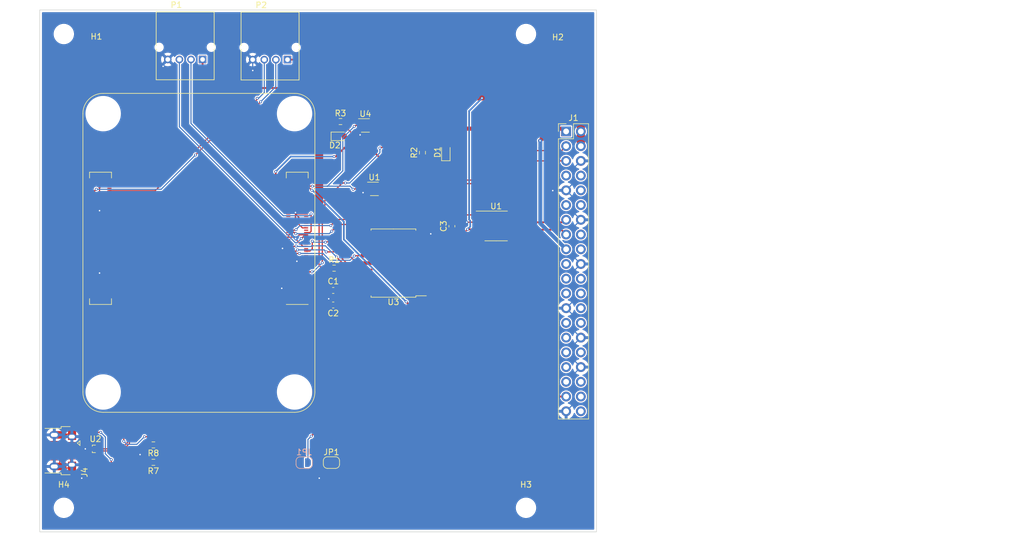
<source format=kicad_pcb>
(kicad_pcb (version 20211014) (generator pcbnew)
  (title_block (title "ColoradoCUBE C&DH") (date "2022-02-11") (rev "v01") (comment 1 "Author: Kate Nechaeva"))
  (layers (0 "F.Cu" signal) (31 "B.Cu" signal) (34 "B.Paste" user) (35 "F.Paste" user) (36 "B.SilkS" user "B.Silkscreen") (37 "F.SilkS" user "F.Silkscreen") (38 "B.Mask" user) (39 "F.Mask" user) (44 "Edge.Cuts" user))
  (net 0 "")
  (net 1 "Net-(Module1-Pad200)")
  (net 2 "Net-(Module1-Pad199)")
  (net 3 "GND")
  (net 4 "+5V")
  (net 5 "Net-(Module1-Pad196)")
  (net 6 "Net-(Module1-Pad195)")
  (net 7 "Net-(Module1-Pad194)")
  (net 8 "Net-(Module1-Pad193)")
  (net 9 "+3.3V")
  (net 10 "Net-(D1-Pad1)")
  (net 11 "Net-(Module1-Pad190)")
  (net 12 "Net-(Module1-Pad189)")
  (net 13 "Net-(Module1-Pad188)")
  (net 14 "Net-(Module1-Pad187)")
  (net 15 "Net-(D2-Pad1)")
  (net 16 "/CM4 GPIO/nRPIBOOT")
  (net 17 "Net-(Module1-Pad184)")
  (net 18 "Net-(Module1-Pad183)")
  (net 19 "Net-(Module1-Pad182)")
  (net 20 "Net-(Module1-Pad181)")
  (net 21 "/CM4 GPIO/GPIO7")
  (net 22 "/CM4 GPIO/GPIO8")
  (net 23 "Net-(Module1-Pad178)")
  (net 24 "Net-(Module1-Pad177)")
  (net 25 "Net-(Module1-Pad176)")
  (net 26 "Net-(Module1-Pad175)")
  (net 27 "/CM4 GPIO/GPIO11")
  (net 28 "/CM4 GPIO/GPIO9")
  (net 29 "Net-(Module1-Pad172)")
  (net 30 "Net-(Module1-Pad171)")
  (net 31 "Net-(Module1-Pad170)")
  (net 32 "Net-(Module1-Pad169)")
  (net 33 "/CM4 GPIO/GPIO10")
  (net 34 "/CM4 GPIO/GPIO15")
  (net 35 "Net-(Module1-Pad166)")
  (net 36 "Net-(Module1-Pad165)")
  (net 37 "Net-(Module1-Pad164)")
  (net 38 "Net-(Module1-Pad163)")
  (net 39 "/CM4 GPIO/GPIO14")
  (net 40 "Net-(Module1-Pad160)")
  (net 41 "Net-(Module1-Pad159)")
  (net 42 "Net-(Module1-Pad158)")
  (net 43 "Net-(Module1-Pad157)")
  (net 44 "Net-(Module1-Pad154)")
  (net 45 "Net-(Module1-Pad153)")
  (net 46 "Net-(Module1-Pad152)")
  (net 47 "Net-(Module1-Pad151)")
  (net 48 "Net-(Module1-Pad149)")
  (net 49 "Net-(Module1-Pad148)")
  (net 50 "Net-(Module1-Pad147)")
  (net 51 "Net-(Module1-Pad146)")
  (net 52 "Net-(Module1-Pad145)")
  (net 53 "Net-(Module1-Pad143)")
  (net 54 "Net-(Module1-Pad142)")
  (net 55 "Net-(Module1-Pad141)")
  (net 56 "Net-(Module1-Pad140)")
  (net 57 "Net-(Module1-Pad139)")
  (net 58 "Net-(Module1-Pad136)")
  (net 59 "Net-(Module1-Pad135)")
  (net 60 "Net-(Module1-Pad134)")
  (net 61 "Net-(Module1-Pad133)")
  (net 62 "/CM4 GPIO/GPIO2")
  (net 63 "Net-(Module1-Pad130)")
  (net 64 "Net-(Module1-Pad129)")
  (net 65 "Net-(Module1-Pad128)")
  (net 66 "Net-(Module1-Pad127)")
  (net 67 "Net-(U1-Pad4)")
  (net 69 "Net-(Module1-Pad124)")
  (net 70 "Net-(Module1-Pad123)")
  (net 71 "Net-(Module1-Pad122)")
  (net 72 "Net-(Module1-Pad121)")
  (net 73 "/CM4 High Speed/USB2_P")
  (net 74 "/CM4 High Speed/USB2_N")
  (net 75 "Net-(Module1-Pad118)")
  (net 76 "Net-(Module1-Pad117)")
  (net 77 "Net-(Module1-Pad116)")
  (net 78 "Net-(Module1-Pad115)")
  (net 79 "Net-(J4-Pad1)")
  (net 80 "/CM4 GPIO/EEPROM_nWP")
  (net 81 "Net-(Module1-Pad112)")
  (net 82 "Net-(Module1-Pad111)")
  (net 83 "Net-(Module1-Pad110)")
  (net 84 "Net-(Module1-Pad109)")
  (net 85 "/CM4 GPIO/nLED_Activity")
  (net 86 "+1.8V")
  (net 87 "Net-(Module1-Pad106)")
  (net 88 "/CM4 GPIO/nPWR_LED")
  (net 89 "Net-(Module1-Pad104)")
  (net 90 "/CM4 High Speed/USB_OTG_ID")
  (net 91 "Net-(Module1-Pad102)")
  (net 92 "Net-(R6-Pad2)")
  (net 93 "Net-(Module1-Pad100)")
  (net 94 "Net-(Module1-Pad99)")
  (net 95 "Net-(Module1-Pad97)")
  (net 96 "Net-(Module1-Pad96)")
  (net 97 "Net-(Module1-Pad94)")
  (net 98 "Net-(Module1-Pad92)")
  (net 99 "Net-(Module1-Pad91)")
  (net 100 "Net-(Module1-Pad89)")
  (net 101 "Net-(Module1-Pad82)")
  (net 102 "Net-(Module1-Pad80)")
  (net 103 "Net-(Module1-Pad76)")
  (net 104 "Net-(Module1-Pad75)")
  (net 105 "Net-(Module1-Pad73)")
  (net 106 "Net-(Module1-Pad72)")
  (net 107 "Net-(Module1-Pad70)")
  (net 108 "Net-(Module1-Pad69)")
  (net 109 "Net-(Module1-Pad68)")
  (net 110 "Net-(Module1-Pad67)")
  (net 111 "Net-(Module1-Pad64)")
  (net 112 "Net-(Module1-Pad63)")
  (net 113 "Net-(Module1-Pad62)")
  (net 114 "Net-(Module1-Pad61)")
  (net 115 "Net-(Module1-Pad57)")
  (net 116 "/CM4 GPIO/GPIO3")
  (net 117 "Net-(Module1-Pad54)")
  (net 118 "Net-(Module1-Pad50)")
  (net 119 "Net-(Module1-Pad49)")
  (net 120 "Net-(Module1-Pad48)")
  (net 121 "Net-(Module1-Pad47)")
  (net 122 "Net-(Module1-Pad46)")
  (net 123 "Net-(Module1-Pad45)")
  (net 124 "Net-(Module1-Pad41)")
  (net 125 "Net-(Module1-Pad36)")
  (net 126 "Net-(Module1-Pad35)")
  (net 127 "Net-(Module1-Pad34)")
  (net 128 "Net-(Module1-Pad31)")
  (net 129 "Net-(Module1-Pad30)")
  (net 130 "Net-(Module1-Pad29)")
  (net 131 "Net-(Module1-Pad28)")
  (net 132 "Net-(Module1-Pad27)")
  (net 133 "Net-(Module1-Pad26)")
  (net 134 "Net-(Module1-Pad25)")
  (net 135 "Net-(Module1-Pad24)")
  (net 136 "Net-(Module1-Pad19)")
  (net 137 "Net-(Module1-Pad18)")
  (net 138 "Net-(Module1-Pad17)")
  (net 139 "Net-(Module1-Pad16)")
  (net 140 "Net-(Module1-Pad15)")
  (net 141 "Net-(Module1-Pad12)")
  (net 142 "Net-(Module1-Pad11)")
  (net 143 "Net-(Module1-Pad10)")
  (net 144 "Net-(Module1-Pad9)")
  (net 145 "Net-(Module1-Pad6)")
  (net 146 "Net-(Module1-Pad5)")
  (net 147 "Net-(Module1-Pad4)")
  (net 148 "Net-(Module1-Pad3)")
  (net 149 "unconnected-(J1-Pad11)")
  (net 151 "Net-(J1-Pad13)")
  (net 152 "Net-(J1-Pad15)")
  (net 172 "Net-(R1-Pad2)")
  (net 173 "Net-(R3-Pad2)")
  (net 174 "Net-(U1-Pad1)")
  (net 186 "/CM4 GPIO/GPIO12")
  (net 187 "/CM4 GPIO/GPIO13")
  (footprint "Resistor_SMD:R_0603_1608Metric_Pad0.98x0.95mm_HandSolder" (layer "F.Cu") (at 126.0875 134)
    (fp_text reference "R7")
    (fp_text value "2.2K 1%")
  )
  (footprint "Resistor_SMD:R_0603_1608Metric_Pad0.98x0.95mm_HandSolder" (layer "F.Cu") (at 172.48 80.61 90)
    (fp_text reference "R2")
    (fp_text value "1k")
  )
  (footprint "Resistor_SMD:R_0603_1608Metric_Pad0.98x0.95mm_HandSolder" (layer "F.Cu") (at 158.35 75.2475)
    (fp_text reference "R3")
    (fp_text value "1k")
  )
  (footprint "MountingHole:MountingHole_3mm" (layer "F.Cu") (at 110.64 141.85)
    (fp_text reference "H4")
    (fp_text value "3mm_Mounting_Hole")
  )
  (footprint "Resistor_SMD:R_0603_1608Metric_Pad0.98x0.95mm_HandSolder" (layer "F.Cu") (at 126.0875 131 180)
    (fp_text reference "R8")
    (fp_text value "2.2K 1%")
  )
  (footprint "MountingHole:MountingHole_3mm" (layer "F.Cu") (at 190.34 60.15)
    (fp_text reference "H2")
    (fp_text value "3mm_Mounting_Hole")
  )
  (footprint "Package_TO_SOT_SMD:SOT-353_SC-70-5" (layer "F.Cu") (at 164.2 86.86)
    (fp_text reference "U1")
    (fp_text value "74LVC1G07SE-7")
  )
  (footprint "MountingHole:MountingHole_3mm" (layer "F.Cu") (at 110.64 60.15)
    (fp_text reference "H1")
    (fp_text value "3mm_Mounting_Hole")
  )
  (footprint "LED_SMD:LED_0603_1608Metric" (layer "F.Cu") (at 176.52 80.5175 90)
    (fp_text reference "D1")
    (fp_text value "LED Green")
  )
  (footprint "S04B-PASK-2_LF__SN_:JST_S04B-PASK-2(LF)(SN)" (layer "F.Cu") (at 131.57 64.535)
    (fp_text reference "P1")
    (fp_text value "S04B-PASK-2(LF)(SN)")
  )
  (footprint "Package_SO:SOIC-8-1EP_3.9x4.9mm_P1.27mm_EP2.29x3mm" (layer "F.Cu") (at 185.19 93.25)
    (fp_text reference "U1")
    (fp_text value "ATA6560-GAQW-VAO" hide)
  )
  (footprint "MountingHole:MountingHole_3mm" (layer "F.Cu") (at 190.34 141.85)
    (fp_text reference "H3")
    (fp_text value "3mm_Mounting_Hole")
  )
  (footprint "Package_TO_SOT_SMD:SOT-353_SC-70-5" (layer "F.Cu") (at 162.65 75.9175)
    (fp_text reference "U4")
    (fp_text value "74LVC1G07SE-7")
  )
  (footprint "LED_SMD:LED_0603_1608Metric" (layer "F.Cu") (at 158.22 77.7975)
    (fp_text reference "D2")
    (fp_text value "LED Red")
  )
  (footprint "Capacitor_SMD:C_0603_1608Metric" (layer "F.Cu") (at 157.095 106.875 180)
    (fp_text reference "C2")
    (fp_text value "100n")
  )
  (footprint "Capacitor_SMD:C_0603_1608Metric" (layer "F.Cu") (at 177.56 93.29 90)
    (fp_text reference "C3")
    (fp_text value "100n")
  )
  (footprint "Package_SO:SOIC-18W_7.5x11.6mm_P1.27mm" (layer "F.Cu") (at 167.48 99.65 180)
    (fp_text reference "U3")
    (fp_text value "MCP2510-E/SO")
  )
  (footprint "CM4IO:USB_Micro-B_EDAC_UCON00686" (layer "F.Cu") (at 109 132 -90)
    (fp_text reference "J4")
    (fp_text value "USB_OTG")
  )
  (footprint "Jumper:SolderJumper-2_P1.3mm_Open_RoundedPad1.0x1.5mm" (layer "F.Cu") (at 156.79 134.05)
    (fp_text reference "JP1")
    (fp_text value "SolderJumper_2_Open")
  )
  (footprint "Capacitor_SMD:C_0603_1608Metric" (layer "F.Cu") (at 157.095 104.365 180)
    (fp_text reference "C1")
    (fp_text value "10u")
  )
  (footprint "Package_TO_SOT_SMD:Texas_DRT-3" (layer "F.Cu") (at 116.1 131.69 90)
    (fp_text reference "U2")
    (fp_text value "TPD2EUSB30")
  )
  (footprint "CM4IO:Raspberry-Pi-4-Compute-Module" (layer "F.Cu") (at 150.43 73.88 180)
    (fp_text reference "Module1" hide)
    (fp_text value "DF40GB-10DP-0.4V(51)")
  )
  (footprint "S04B-PASK-2_LF__SN_:JST_S04B-PASK-2(LF)(SN)" (layer "F.Cu") (at 146.21 64.565)
    (fp_text reference "P2")
    (fp_text value "S04B-PASK-2(LF)(SN)")
  )
  (footprint "Resistor_SMD:R_0603_1608Metric" (layer "F.Cu") (at 157.245 100.53)
    (fp_text reference "R1")
    (fp_text value "10k")
  )
  (footprint "Connector_PinHeader_2.54mm:PinHeader_2x20_P2.54mm_Vertical" (layer "F.Cu") (at 197.26 76.945)
    (fp_text reference "J1")
    (fp_text value "THD-20-R")
  )
  (footprint "Jumper:SolderJumper-2_P1.3mm_Open_RoundedPad1.0x1.5mm" (layer "B.Cu") (at 152.09 134.06 180)
    (fp_text reference "JP1")
    (fp_text value "SolderJumper_2_Open")
  )
  (gr_rect (start 106.49 56) (end 202.49 146) (layer "Edge.Cuts") (width 0.1) (fill none))
  (segment (start 150.38 95.18) (end 150.61 95.41) (width 0.2) (layer "F.Cu") (net 3))
  (segment (start 117.340489 99.700489) (end 117.030489 100.010489) (width 0.2) (layer "F.Cu") (net 3))
  (segment (start 118.51 91.98) (end 117.23 91.98) (width 0.2) (layer "F.Cu") (net 3))
  (segment (start 116.59 101.58) (end 116.8 101.37) (width 0.2) (layer "F.Cu") (net 3))
  (segment (start 172.13 94.57) (end 172.17 94.61) (width 0.2) (layer "F.Cu") (net 3))
  (segment (start 150.61 95.5) (end 150.61 95.41) (width 0.2) (layer "F.Cu") (net 3))
  (segment (start 155.123586 136.74) (end 154.69 136.74) (width 0.2) (layer "F.Cu") (net 3))
  (segment (start 148.700978 105.18) (end 148.22 104.699022) (width 0.2) (layer "F.Cu") (net 3))
  (segment (start 152.43 102.78) (end 151.780978 102.78) (width 0.2) (layer "F.Cu") (net 3))
  (segment (start 151.21 94.8) (end 151.23 94.78) (width 0.2) (layer "F.Cu") (net 3))
  (segment (start 116.865 100.445) (end 116.8 100.51) (width 0.2) (layer "F.Cu") (net 3))
  (segment (start 116.32 93.18) (end 116.8 92.7) (width 0.2) (layer "F.Cu") (net 3))
  (segment (start 151.780978 93.58) (end 150.59 92.389022) (width 0.2) (layer "F.Cu") (net 3))
  (segment (start 115.43 99.18) (end 116.2 99.18) (width 0.2) (layer "F.Cu") (net 3))
  (segment (start 115.43 101.58) (end 116.59 101.58) (width 0.2) (layer "F.Cu") (net 3))
  (segment (start 149.999022 85.98) (end 150.59 86.570978) (width 0.2) (layer "F.Cu") (net 3))
  (segment (start 115.43 85.98) (end 116.079022 85.98) (width 0.2) (layer "F.Cu") (net 3))
  (segment (start 116.8 89.100978) (end 116.8 89.31) (width 0.2) (layer "F.Cu") (net 3))
  (segment (start 116.8 93.319022) (end 116.8 93.07) (width 0.2) (layer "F.Cu") (net 3))
  (segment (start 161.7 77.5165) (end 161.7 76.5675) (width 0.2) (layer "F.Cu") (net 3))
  (segment (start 150.900489 104.299511) (end 150.900489 102.190489) (width 0.2) (layer "F.Cu") (net 3))
  (segment (start 111.82 133.8675) (end 110.7 134.9875) (width 0.2) (layer "F.Cu") (net 3))
  (segment (start 180.295 92.595) (end 182.695 92.595) (width 0.2) (layer "F.Cu") (net 3))
  (segment (start 150.83 100.349022) (end 150.83 99.34) (width 0.2) (layer "F.Cu") (net 3))
  (segment (start 152.43 100.78) (end 151.780978 100.78) (width 0.2) (layer "F.Cu") (net 3))
  (segment (start 149.35 92.38) (end 149.999022 92.38) (width 0.2) (layer "F.Cu") (net 3))
  (segment (start 182.695 92.595) (end 182.715 92.615) (width 0.2) (layer "F.Cu") (net 3))
  (segment (start 116.8 87.900978) (end 116.8 88) (width 0.2) (layer "F.Cu") (net 3))
  (segment (start 149.999022 92.38) (end 150.249511 92.129511) (width 0.2) (layer "F.Cu") (net 3))
  (segment (start 152.43 93.58) (end 151.780978 93.58) (width 0.2) (layer "F.Cu") (net 3))
  (segment (start 115.43 88.38) (end 116.079022 88.38) (width 0.2) (layer "F.Cu") (net 3))
  (segment (start 116.8 89.31) (end 116.8 90.61) (width 0.2) (layer "F.Cu") (net 3))
  (segment (start 116.8 91.55) (end 116.8 91.259022) (width 0.2) (layer "F.Cu") (net 3))
  (segment (start 162.24 87.5) (end 162.25 87.51) (width 0.2) (layer "F.Cu") (net 3))
  (segment (start 151.780978 103.98) (end 150.900489 103.099511) (width 0.2) (layer "F.Cu") (net 3))
  (segment (start 115.43 96.78) (end 116.079022 96.78) (width 0.2) (layer "F.Cu") (net 3))
  (segment (start 116.079022 89.58) (end 115.43 89.58) (width 0.2) (layer "F.Cu") (net 3))
  (segment (start 156.32 104.365) (end 156.32 106.875) (width 0.2) (layer "F.Cu") (net 3))
  (segment (start 116.729511 103.329511) (end 116.729511 103.110489) (width 0.2) (layer "F.Cu") (net 3))
  (segment (start 116.079022 102.78) (end 116.729511 102.129511) (width 0.2) (layer "F.Cu") (net 3))
  (segment (start 151.780978 105.18) (end 150.900489 104.299511) (width 0.2) (layer "F.Cu") (net 3))
  (segment (start 149.35 90.78) (end 150.44 90.78) (width 0.2) (layer "F.Cu") (net 3))
  (segment (start 117.48 88.38) (end 116.8 89.06) (width 0.2) (layer "F.Cu") (net 3))
  (segment (start 116.8 101.719022) (end 116.8 101.37) (width 0.2) (layer "F.Cu") (net 3))
  (segment (start 150.44 90.78) (end 150.59 90.93) (width 0.2) (layer "F.Cu") (net 3))
  (segment (start 116.8 92.7) (end 116.8 92.11) (width 0.2) (layer "F.Cu") (net 3))
  (segment (start 152.43 91.18) (end 150.84 91.18) (width 0.2) (layer "F.Cu") (net 3))
  (segment (start 150.67 99.18) (end 150.83 99.34) (width 0.2) (layer "F.Cu") (net 3))
  (segment (start 118.51 94.38) (end 117.860978 94.38) (width 0.2) (layer "F.Cu") (net 3))
  (segment (start 116.729511 103.110489) (end 116.729511 102.129511) (width 0.2) (layer "F.Cu") (net 3))
  (segment (start 115.43 94.38) (end 116.079022 94.38) (width 0.2) (layer "F.Cu") (net 3))
  (segment (start 116.63 90.78) (end 116.8 90.61) (width 0.2) (layer "F.Cu") (net 3))
  (segment (start 148.41 97.18) (end 148.35 97.12) (width 0.2) (layer "F.Cu") (net 3))
  (segment (start 116.8 100.38) (end 116.865 100.445) (width 0.2) (layer "F.Cu") (net 3))
  (segment (start 116.8 94.859022) (end 116.8 93.659022) (width 0.2) (layer "F.Cu") (net 3))
  (segment (start 148.22 103.260978) (end 148.22 104) (width 0.2) (layer "F.Cu") (net 3))
  (segment (start 112.06 134.9) (end 112.06 135.07) (width 0.2) (layer "F.Cu") (net 3))
  (segment (start 117.340489 98.500489) (end 117.340489 99.700489) (width 0.2) (layer "F.Cu") (net 3))
  (segment (start 150.59 91.789022) (end 150.59 90.93) (width 0.2) (layer "F.Cu") (net 3))
  (segment (start 148.22 104.699022) (end 148.22 104) (width 0.2) (layer "F.Cu") (net 3))
  (segment (start 116.079022 95.58) (end 116.8 94.859022) (width 0.2) (layer "F.Cu") (net 3))
  (segment (start 111.9725 134.9875) (end 112.06 134.9) (width 0.2) (layer "F.Cu") (net 3))
  (segment (start 116.2 99.18) (end 116.44 99.42) (width 0.2) (layer "F.Cu") (net 3))
  (segment (start 150.83 101.829022) (end 150.83 99.79) (width 0.2) (layer "F.Cu") (net 3))
  (segment (start 151.23 94.78) (end 152.43 94.78) (width 0.2) (layer "F.Cu") (net 3))
  (segment (start 116.079022 97.98) (end 116.44 98.340978) (width 0.2) (layer "F.Cu") (net 3))
  (segment (start 117.860978 102.78) (end 116.8 101.719022) (width 0.2) (layer "F.Cu") (net 3))
  (segment (start 116.44 99.42) (end 117.030489 100.010489) (width 0.2) (layer "F.Cu") (net 3))
  (segment (start 150.84 91.18) (end 150.59 90.93) (width 0.2) (layer "F.Cu") (net 3))
  (segment (start 148.24 103.98) (end 148.22 104) (width 0.2) (layer "F.Cu") (net 3))
  (segment (start 116.8 92.11) (end 116.8 91.55) (width 0.2) (layer "F.Cu") (net 3))
  (segment (start 152.43 98.78) (end 151.39 98.78) (width 0.2) (layer "F.Cu") (net 3))
  (segment (start 150.83 99.829022) (end 150.83 99.79) (width 0.2) (layer "F.Cu") (net 3))
  (segment (start 118.51 101.58) (end 117.01 101.58) (width 0.2) (layer "F.Cu") (net 3))
  (segment (start 149.35 99.18) (end 150.67 99.18) (width 0.2) (layer "F.Cu") (net 3))
  (segment (start 151.780978 102.78) (end 150.83 101.829022) (width 0.2) (layer "F.Cu") (net 3))
  (segment (start 162.25 87.51) (end 163.25 87.51) (width 0.2) (layer "F.Cu") (net 3))
  (segment (start 116.44 97.140978) (end 116.44 98.61) (width 0.2) (layer "F.Cu") (net 3))
  (segment (start 118.51 100.38) (end 116.93 100.38) (width 0.2) (layer "F.Cu") (net 3))
  (segment (start 118.51 99.18) (end 117.860978 99.18) (width 0.2) (layer "F.Cu") (net 3))
  (segment (start 150.61 95.41) (end 151.24 94.78) (width 0.2) (layer "F.Cu") (net 3))
  (segment (start 115.43 97.98) (end 116.079022 97.98) (width 0.2) (layer "F.Cu") (net 3))
  (segment (start 115.43 90.78) (end 116.63 90.78) (width 0.2) (layer "F.Cu") (net 3))
  (segment (start 150.59 92.389022) (end 150.59 91.189022) (width 0.2) (layer "F.Cu") (net 3))
  (segment (start 117.860978 99.18) (end 117.340489 99.700489) (width 0.2) (layer "F.Cu") (net 3))
  (segment (start 172.17 94.61) (end 173.9165 94.61) (width 0.2) (layer "F.Cu") (net 3))
  (segment (start 117.860978 94.38) (end 116.8 93.319022) (width 0.2) (layer "F.Cu") (net 3))
  (segment (start 150.900489 103.099511) (end 150.900489 102.190489) (width 0.2) (layer "F.Cu") (net 3))
  (segment (start 150.900489 101.899511) (end 150.83 101.829022) (width 0.2) (layer "F.Cu") (net 3))
  (segment (start 116.97 90.78) (end 116.8 90.61) (width 0.2) (layer "F.Cu") (net 3))
  (segment (start 117.860978 97.98) (end 117.340489 98.500489) (width 0.2) (layer "F.Cu") (net 3))
  (segment (start 116.8 86.700978) (end 116.8 88) (width 0.2) (layer "F.Cu") (net 3))
  (segment (start 117.23 91.98) (end 116.8 91.55) (width 0.2) (layer "F.Cu") (net 3))
  (segment (start 117.520978 85.98) (end 116.8 86.700978) (width 0.2) (layer "F.Cu") (net 3))
  (segment (start 118.51 85.98) (end 117.520978 85.98) (width 0.2) (layer "F.Cu") (net 3))
  (segment (start 116.079022 85.98) (end 116.8 86.700978) (width 0.2) (layer "F.Cu") (net 3))
  (segment (start 149.35 85.98) (end 149.999022 85.98) (width 0.2) (layer "F.Cu") (net 3))
  (segment (start 157.44 134.05) (end 157.44 134.423586) (width 0.2) (layer "F.Cu") (net 3))
  (segment (start 149.999022 93.58) (end 150.249511 93.329511) (width 0.2) (layer "F.Cu") (net 3))
  (segment (start 177.56 92.515) (end 179.9 92.515) (width 0.2) (layer "F.Cu") (net 3))
  (segment (start 151.780978 100.78) (end 150.83 99.829022) (width 0.2) (layer "F.Cu") (net 3))
  (segment (start 110.7 134.9125) (end 110.7 134.9875) (width 0.2) (layer "F.Cu") (net 3))
  (segment (start 116.729511 102.129511) (end 116.8 102.059022) (width 0.2) (layer "F.Cu") (net 3))
  (segment (start 116.079022 91.98) (end 116.8 91.259022) (width 0.2) (layer "F.Cu") (net 3))
  (segment (start 151.780978 92.38) (end 150.59 91.189022) (width 0.2) (layer "F.Cu") (net 3))
  (segment (start 110.7 134.9875) (end 111.9725 134.9875) (width 0.2) (layer "F.Cu") (net 3))
  (segment (start 111.9225 129.0125) (end 112.06 129.15) (width 0.2) (layer "F.Cu") (net 3))
  (segment (start 152.43 103.98) (end 151.780978 103.98) (width 0.2) (layer "F.Cu") (net 3))
  (segment (start 115.675 131.69) (end 114.35 131.69) (width 0.2) (layer "F.Cu") (net 3))
  (segment (start 149.35 102.78) (end 148.700978 102.78) (width 0.2) (layer "F.Cu") (net 3))
  (segment (start 149.999022 101.18) (end 150.83 100.349022) (width 0.2) (layer "F.Cu") (net 3))
  (segment (start 116.079022 94.38) (end 116.8 93.659022) (width 0.2) (layer "F.Cu") (net 3))
  (segment (start 111.82 133.3) (end 111.82 133.8675) (width 0.2) (layer "F.Cu") (net 3))
  (segment (start 150.83 99.79) (end 150.83 99.34) (width 0.2) (layer "F.Cu") (net 3))
  (segment (start 115.43 91.98) (end 116.079022 91.98) (width 0.2) (layer "F.Cu") (net 3))
  (segment (start 115.43 103.98) (end 116.079022 103.98) (width 0.2) (layer "F.Cu") (net 3))
  (segment (start 108.75 130.9625) (end 108.75 131.0375) (width 0.2) (layer "F.Cu") (net 3))
  (segment (start 150.900489 102.190489) (end 150.900489 101.899511) (width 0.2) (layer "F.Cu") (net 3))
  (segment (start 118.51 89.58) (end 117.83 89.58) (width 0.2) (layer "F.Cu") (net 3))
  (segment (start 116.8 88) (end 116.8 89.06) (width 0.2) (layer "F.Cu") (net 3))
  (segment (start 115.43 95.58) (end 116.079022 95.58) (width 0.2) (layer "F.Cu") (net 3))
  (segment (start 118.51 93.18) (end 117.87 93.18) (width 0.2) (layer "F.Cu") (net 3))
  (segment (start 116.44 98.340978) (end 116.44 98.61) (width 0.2) (layer "F.Cu") (net 3))
  (segment (start 115.43 100.38) (end 116.8 100.38) (width 0.2) (layer "F.Cu") (net 3))
  (segment (start 116.8 100.240978) (end 116.8 100.51) (width 0.2) (layer "F.Cu") (net 3))
  (segment (start 116.8 91.259022) (end 116.8 90.61) (width 0.2) (layer "F.Cu") (net 3))
  (segment (start 118.51 103.98) (end 117.599022 103.98) (width 0.2) (layer "F.Cu") (net 3))
  (segment (start 149.35 93.58) (end 149.999022 93.58) (width 0.2) (layer "F.Cu") (net 3))
  (segment (start 117.87 93.18) (end 116.8 92.11) (width 0.2) (layer "F.Cu") (net 3))
  (segment (start 150.59 91.189022) (end 150.59 90.93) (width 0.2) (layer "F.Cu") (net 3))
  (segment (start 115.43 102.78) (end 116.079022 102.78) (width 0.2) (layer "F.Cu") (net 3))
  (segment (start 148.700978 102.78) (end 148.22 103.260978) (width 0.2) (layer "F.Cu") (net 3))
  (segment (start 125.175 131) (end 125.175 131.285) (width 0.2) (layer "F.Cu") (net 3))
  (segment (start 118.51 90.78) (end 116.97 90.78) (width 0.2) (layer "F.Cu") (net 3))
  (segment (start 117.01 101.58) (end 116.8 101.37) (width 0.2) (layer "F.Cu") (net 3))
  (segment (start 149.35 103.98) (end 148.24 103.98) (width 0.2) (layer "F.Cu") (net 3))
  (segment (start 117.599022 103.98) (end 116.729511 103.110489) (width 0.2) (layer "F.Cu") (net 3))
  (segment (start 149.35 101.18) (end 149.999022 101.18) (width 0.2) (layer "F.Cu") (net 3))
  (segment (start 116.8 102.059022) (end 116.8 101.37) (width 0.2) (layer "F.Cu") (net 3))
  (segment (start 116.8 89.06) (end 116.8 89.31) (width 0.2) (layer "F.Cu") (net 3))
  (segment (start 125.175 131.285) (end 123.79 132.67) (width 0.2) (layer "F.Cu") (net 3))
  (segment (start 118.51 97.98) (end 117.860978 97.98) (width 0.2) (layer "F.Cu") (net 3))
  (segment (start 116.8 90.61) (end 116.8 90.300978) (width 0.2) (layer "F.Cu") (net 3))
  (segment (start 115.43 93.18) (end 116.32 93.18) (width 0.2) (layer "F.Cu") (net 3))
  (segment (start 112.06 129.15) (end 111.16 129.15) (width 0.2) (layer "F.Cu") (net 3))
  (segment (start 117.030489 100.010489) (end 116.8 100.240978) (width 0.2) (layer "F.Cu") (net 3))
  (segment (start 150.59 86.570978) (end 150.59 90.93) (width 0.2) (layer "F.Cu") (net 3))
  (segment (start 151.89 96.78) (end 150.61 95.5) (width 0.2) (layer "F.Cu") (net 3))
  (segment (start 179.9 92.515) (end 180.025 92.64) (width 0.2) (layer "F.Cu") (net 3))
  (segment (start 150.249511 92.129511) (end 150.59 91.789022) (width 0.2) (layer "F.Cu") (net 3))
  (segment (start 149.35 105.18) (end 148.700978 105.18) (width 0.2) (layer "F.Cu") (net 3))
  (segment (start 116.079022 88.38) (end 116.8 89.100978) (width 0.2) (layer "F.Cu") (net 3))
  (segment (start 117.83 89.58) (end 116.8 90.61) (width 0.2) (layer "F.Cu") (net 3))
  (segment (start 116.8 90.300978) (end 116.079022 89.58) (width 0.2) (layer "F.Cu") (net 3))
  (segment (start 150.249511 93.329511) (end 150.249511 92.129511) (width 0.2) (layer "F.Cu") (net 3))
  (segment (start 109.93 130.38) (end 109.93 134.725) (width 0.2) (layer "F.Cu") (net 3))
  (segment (start 112.06 135.07) (end 113.73 136.74) (width 0.2) (layer "F.Cu") (net 3))
  (segment (start 116.079022 96.78) (end 116.44 97.140978) (width 0.2) (layer "F.Cu") (net 3))
  (segment (start 149.35 97.18) (end 148.41 97.18) (width 0.2) (layer "F.Cu") (net 3))
  (segment (start 161.73 77.5465) (end 161.7 77.5165) (width 0.2) (layer "F.Cu") (net 3))
  (segment (start 118.51 88.38) (end 117.48 88.38) (width 0.2) (layer "F.Cu") (net 3))
  (segment (start 116.079022 103.98) (end 116.729511 103.329511) (width 0.2) (layer "F.Cu") (net 3))
  (segment (start 111.16 129.15) (end 109.93 130.38) (width 0.2) (layer "F.Cu") (net 3))
  (segment (start 152.43 105.18) (end 151.780978 105.18) (width 0.2) (layer "F.Cu") (net 3))
  (segment (start 116.8 100.51) (end 116.8 101.37) (width 0.2) (layer "F.Cu") (net 3))
  (segment (start 152.43 96.78) (end 151.89 96.78) (width 0.2) (layer "F.Cu") (net 3))
  (segment (start 118.51 102.78) (end 117.860978 102.78) (width 0.2) (layer "F.Cu") (net 3))
  (segment (start 116.93 100.38) (end 116.865 100.445) (width 0.2) (layer "F.Cu") (net 3))
  (segment (start 149.09 95.18) (end 150.38 95.18) (width 0.2) (layer "F.Cu") (net 3))
  (segment (start 151.39 98.78) (end 150.83 99.34) (width 0.2) (layer "F.Cu") (net 3))
  (segment (start 114.29 131.75) (end 114.35 131.69) (width 0.2) (layer "F.Cu") (net 3))
  (segment (start 157.44 134.423586) (end 155.123586 136.74) (width 0.2) (layer "F.Cu") (net 3))
  (segment (start 152.43 92.38) (end 151.780978 92.38) (width 0.2) (layer "F.Cu") (net 3))
  (segment (start 116.44 98.61) (end 116.44 99.42) (width 0.2) (layer "F.Cu") (net 3))
  (segment (start 116.8 93.659022) (end 116.8 92.7) (width 0.2) (layer "F.Cu") (net 3))
  (via (at 161.73 77.5465) (size 0.508) (drill 0.254) (layers "F.Cu" "B.Cu") (net 3))
  (via (at 116.8 90.61) (size 0.508) (drill 0.254) (layers "F.Cu" "B.Cu") (net 3))
  (via (at 180.12 92.6) (size 0.508) (drill 0.254) (layers "F.Cu" "B.Cu") (net 3))
  (via (at 194.95 87.15) (size 0.508) (drill 0.254) (layers "F.Cu" "B.Cu") (net 3))
  (via (at 150.83 99.34) (size 0.508) (drill 0.254) (layers "F.Cu" "B.Cu") (net 3))
  (via (at 150.61 95.41) (size 0.508) (drill 0.254) (layers "F.Cu" "B.Cu") (net 3))
  (via (at 156.32 105.8075) (size 0.508) (drill 0.254) (layers "F.Cu" "B.Cu") (net 3))
  (via (at 113.73 136.74) (size 0.508) (drill 0.254) (layers "F.Cu" "B.Cu") (net 3))
  (via (at 162.24 87.5) (size 0.508) (drill 0.254) (layers "F.Cu" "B.Cu") (net 3))
  (via (at 150.59 90.93) (size 0.508) (drill 0.254) (layers "F.Cu" "B.Cu") (net 3))
  (via (at 154.69 136.74) (size 0.508) (drill 0.254) (layers "F.Cu" "B.Cu") (net 3))
  (via (at 114.35 131.69) (size 0.508) (drill 0.254) (layers "F.Cu" "B.Cu") (net 3))
  (via (at 148.35 97.12) (size 0.508) (drill 0.254) (layers "F.Cu" "B.Cu") (net 3))
  (via (at 148.22 104) (size 0.508) (drill 0.254) (layers "F.Cu" "B.Cu") (net 3))
  (via (at 127.76 65.72) (size 0.508) (drill 0.254) (layers "F.Cu" "B.Cu") (net 3))
  (via (at 116.8 101.37) (size 0.508) (drill 0.254) (layers "F.Cu" "B.Cu") (net 3))
  (via (at 143.22 66.44) (size 0.508) (drill 0.254) (layers "F.Cu" "B.Cu") (net 3))
  (via (at 173.9165 94.61) (size 0.508) (drill 0.254) (layers "F.Cu" "B.Cu") (net 3))
  (via (at 123.79 132.67) (size 0.508) (drill 0.254) (layers "F.Cu" "B.Cu") (net 3))
  (segment (start 198.650489 91.035489) (end 199.8 92.185) (width 0.2) (layer "B.Cu") (net 3))
  (segment (start 198.409511 83.415489) (end 198.409511 85.955489) (width 0.2) (layer "B.Cu") (net 3))
  (segment (start 198.409511 124.055489) (end 197.26 125.205) (width 0.2) (layer "B.Cu") (net 3))
  (segment (start 198.409511 106.275489) (end 198.409511 101.195489) (width 0.2) (layer "B.Cu") (net 3))
  (segment (start 197.26 87.105) (end 198.650489 88.495489) (width 0.2) (layer "B.Cu") (net 3))
  (segment (start 198.409511 118.975489) (end 198.409511 124.055489) (width 0.2) (layer "B.Cu") (net 3))
  (segment (start 198.650489 116.435489) (end 199.8 117.585) (width 0.2) (layer "B.Cu") (net 3))
  (segment (start 198.409511 85.955489) (end 197.26 87.105) (width 0.2) (layer "B.Cu") (net 3))
  (segment (start 199.8 112.505) (end 198.650489 113.654511) (width 0.2) (layer "B.Cu") (net 3))
  (segment (start 197.26 107.425) (end 198.409511 106.275489) (width 0.2) (layer "B.Cu") (net 3))
  (segment (start 199.8 92.185) (end 198.650489 93.334511) (width 0.2) (layer "B.Cu") (net 3))
  (segment (start 151.44 134.06) (end 151.44 134.433586) (width 0.2) (layer "B.Cu") (net 3))
  (segment (start 127.805 65.675) (end 127.805 65.3) (width 0.2) (layer "B.Cu") (net 3))
  (segment (start 197.26 107.425) (end 198.409511 108.574511) (width 0.2) (layer "B.Cu") (net 3))
  (segment (start 127.76 65.72) (end 127.805 65.675) (width 0.2) (layer "B.Cu") (net 3))
  (segment (start 199.8 82.025) (end 198.409511 83.415489) (width 0.2) (layer "B.Cu") (net 3))
  (segment (start 198.650489 98.655489) (end 199.8 99.805) (width 0.2) (layer "B.Cu") (net 3))
  (segment (start 151.44 134.06) (end 151.43 134.07) (width 0.2) (layer "B.Cu") (net 3))
  (segment (start 151.44 134.433586) (end 153.746414 136.74) (width 0.2) (layer "B.Cu") (net 3))
  (segment (start 194.95 87.15) (end 194.995 87.105) (width 0.2) (layer "B.Cu") (net 3))
  (segment (start 153.746414 136.74) (end 154.69 136.74) (width 0.2) (layer "B.Cu") (net 3))
  (segment (start 143.21 64.565) (end 143.21 66.43) (width 0.2) (layer "B.Cu") (net 3))
  (segment (start 198.409511 101.195489) (end 199.8 99.805) (width 0.2) (layer "B.Cu") (net 3))
  (segment (start 194.995 87.105) (end 197.26 87.105) (width 0.2) (layer "B.Cu") (net 3))
  (segment (start 198.650489 88.495489) (end 198.650489 91.035489) (width 0.2) (layer "B.Cu") (net 3))
  (segment (start 199.8 117.585) (end 198.409511 118.975489) (width 0.2) (layer "B.Cu") (net 3))
  (segment (start 127.805 65.3) (end 128.57 64.535) (width 0.2) (layer "B.Cu") (net 3))
  (segment (start 143.21 66.43) (end 143.22 66.44) (width 0.2) (layer "B.Cu") (net 3))
  (segment (start 198.650489 113.654511) (end 198.650489 116.435489) (width 0.2) (layer "B.Cu") (net 3))
  (segment (start 198.409511 111.114511) (end 199.8 112.505) (width 0.2) (layer "B.Cu") (net 3))
  (segment (start 198.650489 93.334511) (end 198.650489 98.655489) (width 0.2) (layer "B.Cu") (net 3))
  (segment (start 198.409511 108.574511) (end 198.409511 111.114511) (width 0.2) (layer "B.Cu") (net 3))
  (segment (start 157.6665 103.07) (end 157.6665 102.9865) (width 0.2) (layer "F.Cu") (net 4))
  (segment (start 152.41 89.98) (end 154.2 89.98) (width 0.2) (layer "F.Cu") (net 4))
  (segment (start 157.475 71.915) (end 154.66 74.73) (width 1.4) (layer "F.Cu") (net 4))
  (segment (start 177.53 93.815) (end 177.845 94.13) (width 0.2) (layer "F.Cu") (net 4))
  (segment (start 159.34 104.73) (end 157.87 103.26) (width 0.2) (layer "F.Cu") (net 4))
  (segment (start 179.96 94.13) (end 180.27 93.82) (width 0.2) (layer "F.Cu") (net 4))
  (segment (start 154.675 64.565) (end 161 70.89) (width 0.3) (layer "F.Cu") (net 4))
  (segment (start 154.66 88.42) (end 154.66 89.52) (width 1.4) (layer "F.Cu") (net 4))
  (segment (start 159.45 70.89) (end 158.5 70.89) (width 1.4) (layer "F.Cu") (net 4))
  (segment (start 157.87 104.365) (end 157.87 103.26) (width 0.2) (layer "F.Cu") (net 4))
  (segment (start 161 70.89) (end 159.45 70.89) (width 1.4) (layer "F.Cu") (net 4))
  (segment (start 134.57 66.52) (end 137.51 69.46) (width 0.3) (layer "F.Cu") (net 4))
  (segment (start 152.41 89.58) (end 154.6 89.58) (width 0.2) (layer "F.Cu") (net 4))
  (segment (start 154.99825 100.40175) (end 154.6665 100.07) (width 0.2) (layer "F.Cu") (net 4))
  (segment (start 165.91 70.89) (end 167.1 70.89) (width 1.4) (layer "F.Cu") (net 4))
  (segment (start 154.66 100.05) (end 154.66 89.52) (width 0.2) (layer "F.Cu") (net 4))
  (segment (start 157.87 103.26) (end 157.66 103.05) (width 0.2) (layer "F.Cu") (net 4))
  (segment (start 152.41 87.98) (end 154.22 87.98) (width 0.2) (layer "F.Cu") (net 4))
  (segment (start 157.6665 102.9865) (end 155.26 100.58) (width 0.2) (layer "F.Cu") (net 4))
  (segment (start 195.91 70.89) (end 199.825 74.805) (width 1.4) (layer "F.Cu") (net 4))
  (segment (start 157.87 106.875) (end 158.1075 106.875) (width 0.2) (layer "F.Cu") (net 4))
  (segment (start 199.8 74.83) (end 199.8 79.485) (width 1.4) (layer "F.Cu") (net 4))
  (segment (start 154.32 89.18) (end 154.66 89.52) (width 0.2) (layer "F.Cu") (net 4))
  (segment (start 162.83 104.73) (end 159.34 104.73) (width 0.2) (layer "F.Cu") (net 4))
  (segment (start 155.26 100.58) (end 155.22 100.58) (width 0.2) (layer "F.Cu") (net 4))
  (segment (start 155.02 69.46) (end 157.475 71.915) (width 0.3) (layer "F.Cu") (net 4))
  (segment (start 152.41 88.38) (end 154.62 88.38) (width 0.2) (layer "F.Cu") (net 4))
  (segment (start 165.91 70.89) (end 161 70.89) (width 1.4) (layer "F.Cu") (net 4))
  (segment (start 154.6 89.58) (end 154.66 89.52) (width 0.2) (layer "F.Cu") (net 4))
  (segment (start 199.825 74.805) (end 199.8 74.83) (width 1.4) (layer "F.Cu") (net 4))
  (segment (start 182.66 93.83) (end 182.715 93.885) (width 0.3) (layer "F.Cu") (net 4))
  (segment (start 157.87 104.365) (end 157.87 106.875) (width 0.2) (layer "F.Cu") (net 4))
  (segment (start 154.62 88.38) (end 154.66 88.42) (width 0.2) (layer "F.Cu") (net 4))
  (segment (start 158.5 70.89) (end 157.475 71.915) (width 1.4) (layer "F.Cu") (net 4))
  (segment (start 167.1 70.89) (end 195.91 70.89) (width 1.4) (layer "F.Cu") (net 4))
  (segment (start 154.2 89.98) (end 154.66 89.52) (width 0.2) (layer "F.Cu") (net 4))
  (segment (start 149.21 64.565) (end 154.675 64.565) (width 0.3) (layer "F.Cu") (net 4))
  (segment (start 156.42 100.53) (end 155.1265 100.53) (width 0.3) (layer "F.Cu") (net 4))
  (segment (start 180.43 93.83) (end 182.66 93.83) (width 0.3) (layer "F.Cu") (net 4))
  (segment (start 152.41 89.18) (end 154.32 89.18) (width 0.2) (layer "F.Cu") (net 4))
  (segment (start 152.41 88.78) (end 154.3 88.78) (width 0.2) (layer "F.Cu") (net 4))
  (segment (start 165.955 70.935) (end 165.91 70.89) (width 0.2) (layer "F.Cu") (net 4))
  (segment (start 154.66 74.73) (end 154.66 88.42) (width 1.4) (layer "F.Cu") (net 4))
  (segment (start 134.57 64.535) (end 134.57 66.52) (width 0.3) (layer "F.Cu") (net 4))
  (segment (start 154.3 88.78) (end 154.66 88.42) (width 0.2) (layer "F.Cu") (net 4))
  (segment (start 137.51 69.46) (end 155.02 69.46) (width 0.3) (layer "F.Cu") (net 4))
  (segment (start 154.22 87.98) (end 154.66 88.42) (width 0.2) (layer "F.Cu") (net 4))
  (segment (start 177.845 94.13) (end 179.96 94.13) (width 0.2) (layer "F.Cu") (net 4))
  (via (at 182.75 71.21) (size 0.508) (drill 0.254) (layers "F.Cu" "B.Cu") (net 4))
  (via (at 180.27 93.82) (size 0.508) (drill 0.254) (layers "F.Cu" "B.Cu") (net 4))
  (segment (start 180.53 73.43) (end 182.75 71.21) (width 0.3) (layer "B.Cu") (net 4))
  (segment (start 180.27 93.82) (end 180.723511 93.366489) (width 0.3) (layer "B.Cu") (net 4))
  (segment (start 200.265 78.915) (end 200.29 78.89) (width 0.2) (layer "B.Cu") (net 4))
  (segment (start 180.723511 93.366489) (end 180.723511 92.350016) (width 0.3) (layer "B.Cu") (net 4))
  (segment (start 200.265 78.955) (end 200.265 78.915) (width 0.2) (layer "B.Cu") (net 4))
  (segment (start 180.723511 92.350016) (end 180.53 92.156505) (width 0.3) (layer "B.Cu") (net 4))
  (segment (start 199.995 76.415) (end 200.265 76.415) (width 0.3) (layer "B.Cu") (net 4))
  (segment (start 180.53 92.156505) (end 180.53 73.43) (width 0.3) (layer "B.Cu") (net 4))
  (segment (start 148.49 88.01) (end 148.86 88.38) (width 0.2) (layer "F.Cu") (net 9))
  (segment (start 159.75 79.06) (end 157.53 81.28) (width 0.3) (layer "F.Cu") (net 9))
  (segment (start 147.18 84.86) (end 147.11 84.93) (width 0.3) (layer "F.Cu") (net 9))
  (segment (start 159.75 78.54) (end 159.75 79.06) (width 0.3) (layer "F.Cu") (net 9))
  (segment (start 163.8925 75.2675) (end 163.6 75.2675) (width 0.2) (layer "F.Cu") (net 9))
  (segment (start 148.49 88.82) (end 148.49 89.769022) (width 0.2) (layer "F.Cu") (net 9))
  (segment (start 162.65 78.92) (end 163.7 78.92) (width 0.3) (layer "F.Cu") (net 9))
  (segment (start 157.53 81.28) (end 157.25 81.28) (width 0.3) (layer "F.Cu") (net 9))
  (segment (start 176.245 73.875) (end 173.335 73.875) (width 0.7) (layer "F.Cu") (net 9))
  (segment (start 168.745 73.875) (end 168.115 73.875) (width 0.7) (layer "F.Cu") (net 9))
  (segment (start 147.18 83.88) (end 147.18 84.86) (width 0.3) (layer "F.Cu") (net 9))
  (segment (start 159.0075 77.7975) (end 159.75 78.54) (width 0.3) (layer "F.Cu") (net 9))
  (segment (start 147.11 86.63) (end 148.49 88.01) (width 0.2) (layer "F.Cu") (net 9))
  (segment (start 147.11 84.93) (end 147.11 85.18) (width 0.3) (layer "F.Cu") (net 9))
  (segment (start 148.49 88.82) (end 148.53 88.78) (width 0.2) (layer "F.Cu") (net 9))
  (segment (start 192.18 76.47) (end 193.09 76.47) (width 0.7) (layer "F.Cu") (net 9))
  (segment (start 148.86 88.38) (end 149.35 88.38) (width 0.2) (layer "F.Cu") (net 9))
  (segment (start 162.61 78.88) (end 162.61 78.97) (width 0.3) (layer "F.Cu") (net 9))
  (segment (start 148.53 88.78) (end 149.35 88.78) (width 0.2) (layer "F.Cu") (net 9))
  (segment (start 166.795 73.875) (end 166.195 73.875) (width 0.7) (layer "F.Cu") (net 9))
  (segment (start 162.61 78.88) (end 162.65 78.92) (width 0.3) (layer "F.Cu") (net 9))
  (segment (start 159.75 78.54) (end 160.15 78.94) (width 0.3) (layer "F.Cu") (net 9))
  (segment (start 193.09 78.23) (end 193.09 76.47) (width 0.7) (layer "F.Cu") (net 9))
  (segment (start 166.025 73.875) (end 165.285 73.875) (width 0.7) (layer "F.Cu") (net 9))
  (segment (start 148.49 88.01) (end 148.49 88.82) (width 0.2) (layer "F.Cu") (net 9))
  (segment (start 176.52 79.73) (end 176.52 74.15) (width 0.7) (layer "F.Cu") (net 9))
  (segment (start 193.09 76.47) (end 196.56 76.47) (width 0.7) (layer "F.Cu") (net 9))
  (segment (start 165.285 73.875) (end 163.8925 75.2675) (width 0.2) (layer "F.Cu") (net 9))
  (segment (start 147.11 85.18) (end 147.11 86.63) (width 0.2) (layer "F.Cu") (net 9))
  (segment (start 162.55 78.94) (end 162.61 78.88) (width 0.3) (layer "F.Cu") (net 9))
  (segment (start 178.84 76.47) (end 192.18 76.47) (width 0.7) (layer "F.Cu") (net 9))
  (segment (start 173.335 73.875) (end 166.025 73.875) (width 0.7) (layer "F.Cu") (net 9))
  (segment (start 148.49 89.769022) (end 148.700978 89.98) (width 0.2) (layer "F.Cu") (net 9))
  (segment (start 176.52 74.15) (end 178.84 76.47) (width 0.7) (layer "F.Cu") (net 9))
  (segment (start 162.61 78.97) (end 165.15 81.51) (width 0.3) (layer "F.Cu") (net 9))
  (segment (start 192.77 78.55) (end 193.09 78.23) (width 0.7) (layer "F.Cu") (net 9))
  (segment (start 165.15 81.51) (end 165.15 86.21) (width 0.3) (layer "F.Cu") (net 9))
  (segment (start 173.335 73.875) (end 168.745 73.875) (width 0.7) (layer "F.Cu") (net 9))
  (segment (start 176.52 74.15) (end 176.245 73.875) (width 0.7) (layer "F.Cu") (net 9))
  (segment (start 168.115 73.875) (end 166.795 73.875) (width 0.7) (layer "F.Cu") (net 9))
  (segment (start 163.7 78.92) (end 168.745 73.875) (width 0.3) (layer "F.Cu") (net 9))
  (segment (start 148.700978 89.98) (end 149.35 89.98) (width 0.2) (layer "F.Cu") (net 9))
  (segment (start 160.15 78.94) (end 162.55 78.94) (width 0.3) (layer "F.Cu") (net 9))
  (segment (start 196.56 76.47) (end 197.285 77.195) (width 0.7) (layer "F.Cu") (net 9))
  (via (at 147.18 83.88) (size 0.508) (drill 0.254) (layers "F.Cu" "B.Cu") (net 9))
  (via (at 192.77 78.55) (size 0.508) (drill 0.254) (layers "F.Cu" "B.Cu") (net 9))
  (via (at 157.25 81.28) (size 0.508) (drill 0.254) (layers "F.Cu" "B.Cu") (net 9))
  (segment (start 157.25 81.28) (end 149.78 81.28) (width 0.3) (layer "B.Cu") (net 9))
  (segment (start 192.816489 78.596489) (end 192.77 78.55) (width 0.7) (layer "B.Cu") (net 9))
  (segment (start 192.816489 79.803511) (end 192.816489 78.596489) (width 0.7) (layer "B.Cu") (net 9))
  (segment (start 192.816489 79.803511) (end 192.816489 92.821489) (width 0.7) (layer "B.Cu") (net 9))
  (segment (start 192.816489 92.821489) (end 197.26 97.265) (width 0.7) (layer "B.Cu") (net 9))
  (segment (start 149.78 81.28) (end 147.18 83.88) (width 0.3) (layer "B.Cu") (net 9))
  (segment (start 176.3025 81.5225) (end 176.52 81.305) (width 0.2) (layer "F.Cu") (net 10))
  (segment (start 172.48 81.5225) (end 176.3025 81.5225) (width 0.2) (layer "F.Cu") (net 10))
  (segment (start 157.4375 77.7925) (end 157.4325 77.7975) (width 0.2) (layer "F.Cu") (net 15))
  (segment (start 157.4375 75.2475) (end 157.4375 77.7925) (width 0.2) (layer "F.Cu") (net 15))
  (segment (start 153.095776 86.78) (end 153.406121 87.090345) (width 0.2) (layer "F.Cu") (net 16))
  (segment (start 153.406121 87.090345) (end 153.290825 87.090345) (width 0.3) (layer "F.Cu") (net 16))
  (segment (start 197.26 122.665) (end 186.015 122.665) (width 0.3) (layer "F.Cu") (net 16))
  (segment (start 186.015 122.665) (end 169.68 106.33) (width 0.3) (layer "F.Cu") (net 16))
  (segment (start 152.43 86.78) (end 153.095776 86.78) (width 0.2) (layer "F.Cu") (net 16))
  (via (at 169.68 106.33) (size 0.508) (drill 0.254) (layers "F.Cu" "B.Cu") (net 16))
  (via (at 153.406121 87.090345) (size 0.508) (drill 0.254) (layers "F.Cu" "B.Cu") (net 16))
  (segment (start 158.929752 95.579752) (end 158.929752 92.509752) (width 0.3) (layer "B.Cu") (net 16))
  (segment (start 158.929752 92.509752) (end 153.510345 87.090345) (width 0.3) (layer "B.Cu") (net 16))
  (segment (start 153.510345 87.090345) (end 153.406121 87.090345) (width 0.3) (layer "B.Cu") (net 16))
  (segment (start 169.68 106.33) (end 158.929752 95.579752) (width 0.3) (layer "B.Cu") (net 16))
  (segment (start 155.93 95.98) (end 155.837 95.98) (width 0.2) (layer "F.Cu") (net 22))
  (segment (start 161.169267 99.65) (end 157.499267 95.98) (width 0.2) (layer "F.Cu") (net 22))
  (segment (start 153.49 97.169022) (end 153.49 95.88) (width 0.2) (layer "F.Cu") (net 22))
  (segment (start 157.499267 95.98) (end 155.93 95.98) (width 0.2) (layer "F.Cu") (net 22))
  (segment (start 153.079022 97.58) (end 153.49 97.169022) (width 0.2) (layer "F.Cu") (net 22))
  (segment (start 152.43 97.58) (end 153.079022 97.58) (width 0.2) (layer "F.Cu") (net 22))
  (segment (start 162.83 99.65) (end 161.169267 99.65) (width 0.2) (layer "F.Cu") (net 22))
  (segment (start 155.837 95.98) (end 155.767 96.05) (width 0.2) (layer "F.Cu") (net 22))
  (via (at 153.49 95.88) (size 0.508) (drill 0.254) (layers "F.Cu" "B.Cu") (net 22))
  (via (at 155.767 96.05) (size 0.508) (drill 0.254) (layers "F.Cu" "B.Cu") (net 22))
  (segment (start 153.66 96.05) (end 153.49 95.88) (width 0.2) (layer "B.Cu") (net 22))
  (segment (start 155.767 96.05) (end 153.66 96.05) (width 0.2) (layer "B.Cu") (net 22))
  (segment (start 149.33 97.98) (end 151.26 97.98) (width 0.2) (layer "F.Cu") (net 27))
  (segment (start 160.779999 98.38) (end 162.83 98.38) (width 0.2) (layer "F.Cu") (net 27))
  (segment (start 151.26 97.98) (end 151.27 97.99) (width 0.2) (layer "F.Cu") (net 27))
  (segment (start 160.731025 98.428974) (end 160.779999 98.38) (width 0.2) (layer "F.Cu") (net 27))
  (via (at 160.731025 98.428974) (size 0.508) (drill 0.254) (layers "F.Cu" "B.Cu") (net 27))
  (via (at 151.27 97.99) (size 0.508) (drill 0.254) (layers "F.Cu" "B.Cu") (net 27))
  (segment (start 156.523511 99.163511) (end 155.35 97.99) (width 0.2) (layer "B.Cu") (net 27))
  (segment (start 155.35 97.99) (end 151.27 97.99) (width 0.2) (layer "B.Cu") (net 27))
  (segment (start 159.996488 99.163511) (end 156.523511 99.163511) (width 0.2) (layer "B.Cu") (net 27))
  (segment (start 160.731025 98.428974) (end 159.996488 99.163511) (width 0.2) (layer "B.Cu") (net 27))
  (segment (start 157.572784 97.72) (end 158.233511 98.380727) (width 0.2) (layer "F.Cu") (net 28))
  (segment (start 155.9 97.72) (end 157.572784 97.72) (width 0.2) (layer "F.Cu") (net 28))
  (segment (start 158.233511 98.473511) (end 160.68 100.92) (width 0.2) (layer "F.Cu") (net 28))
  (segment (start 160.68 100.92) (end 162.83 100.92) (width 0.2) (layer "F.Cu") (net 28))
  (segment (start 149.33 97.58) (end 150.716759 97.58) (width 0.2) (layer "F.Cu") (net 28))
  (segment (start 150.716759 97.58) (end 150.923738 97.373021) (width 0.2) (layer "F.Cu") (net 28))
  (segment (start 158.233511 98.380727) (end 158.233511 98.473511) (width 0.2) (layer "F.Cu") (net 28))
  (via (at 150.923738 97.373021) (size 0.508) (drill 0.254) (layers "F.Cu" "B.Cu") (net 28))
  (via (at 155.9 97.72) (size 0.508) (drill 0.254) (layers "F.Cu" "B.Cu") (net 28))
  (segment (start 150.923738 97.373021) (end 155.523021 97.373021) (width 0.2) (layer "B.Cu") (net 28))
  (segment (start 155.523021 97.373021) (end 155.88 97.73) (width 0.2) (layer "B.Cu") (net 28))
  (segment (start 155.89 97.73) (end 155.9 97.72) (width 0.2) (layer "B.Cu") (net 28))
  (segment (start 155.88 97.73) (end 155.89 97.73) (width 0.2) (layer "B.Cu") (net 28))
  (segment (start 161.2465 102.19) (end 157.6865 98.63) (width 0.2) (layer "F.Cu") (net 33))
  (segment (start 150.697405 96.702698) (end 150.620592 96.779511) (width 0.2) (layer "F.Cu") (net 33))
  (segment (start 162.83 102.19) (end 161.2465 102.19) (width 0.2) (layer "F.Cu") (net 33))
  (segment (start 150.620592 96.779511) (end 149.44 96.779511) (width 0.2) (layer "F.Cu") (net 33))
  (via (at 150.697405 96.702698) (size 0.508) (drill 0.254) (layers "F.Cu" "B.Cu") (net 33))
  (via (at 157.68 98.61) (size 0.508) (drill 0.254) (layers "F.Cu" "B.Cu") (net 33))
  (segment (start 153.3835 96.67) (end 153.2735 96.78) (width 0.2) (layer "B.Cu") (net 33))
  (segment (start 157.68 98.61) (end 155.74 96.67) (width 0.2) (layer "B.Cu") (net 33))
  (segment (start 153.2735 96.78) (end 150.774707 96.78) (width 0.2) (layer "B.Cu") (net 33))
  (segment (start 150.774707 96.78) (end 150.697405 96.702698) (width 0.2) (layer "B.Cu") (net 33))
  (segment (start 155.74 96.67) (end 153.3835 96.67) (width 0.2) (layer "B.Cu") (net 33))
  (segment (start 151.82 95.18) (end 151.59 95.41) (width 0.2) (layer "F.Cu") (net 34))
  (segment (start 152.43 95.18) (end 151.82 95.18) (width 0.2) (layer "F.Cu") (net 34))
  (via (at 151.59 95.41) (size 0.508) (drill 0.254) (layers "F.Cu" "B.Cu") (net 34))
  (segment (start 130.57 76.152784) (end 150.566403 96.149187) (width 0.2) (layer "B.Cu") (net 34))
  (segment (start 150.850813 96.149187) (end 151.59 95.41) (width 0.2) (layer "B.Cu") (net 34))
  (segment (start 130.57 64.535) (end 130.57 76.152784) (width 0.2) (layer "B.Cu") (net 34))
  (segment (start 150.566403 96.149187) (end 150.850813 96.149187) (width 0.2) (layer "B.Cu") (net 34))
  (segment (start 152.43 94.38) (end 153.079022 94.38) (width 0.2) (layer "F.Cu") (net 39))
  (segment (start 153.079022 94.38) (end 153.28 94.179022) (width 0.2) (layer "F.Cu") (net 39))
  (segment (start 153.28 94.179022) (end 153.28 91.18) (width 0.2) (layer "F.Cu") (net 39))
  (via (at 153.28 91.18) (size 0.508) (drill 0.254) (layers "F.Cu" "B.Cu") (net 39))
  (segment (start 152.976489 91.483511) (end 148.483511 91.483511) (width 0.2) (layer "B.Cu") (net 39))
  (segment (start 148.483511 91.483511) (end 132.57 75.57) (width 0.2) (layer "B.Cu") (net 39))
  (segment (start 153.28 91.18) (end 152.976489 91.483511) (width 0.2) (layer "B.Cu") (net 39))
  (segment (start 132.57 75.57) (end 132.57 64.535) (width 0.2) (layer "B.Cu") (net 39))
  (segment (start 177.96 85.34) (end 171.17 92.13) (width 0.2) (layer "F.Cu") (net 62))
  (segment (start 186.52 80.25) (end 181.43 85.34) (width 0.2) (layer "F.Cu") (net 62))
  (segment (start 181.43 85.34) (end 177.96 85.34) (width 0.2) (layer "F.Cu") (net 62))
  (segment (start 196.495 80.25) (end 186.52 80.25) (width 0.2) (layer "F.Cu") (net 62))
  (segment (start 197.26 79.485) (end 196.495 80.25) (width 0.2) (layer "F.Cu") (net 62))
  (segment (start 157.73 92.13) (end 156.68 93.18) (width 0.2) (layer "F.Cu") (net 62))
  (segment (start 171.17 92.13) (end 157.73 92.13) (width 0.2) (layer "F.Cu") (net 62))
  (segment (start 150.57 93.98) (end 149.35 93.98) (width 0.2) (layer "F.Cu") (net 62))
  (segment (start 150.68 93.87) (end 150.57 93.98) (width 0.2) (layer "F.Cu") (net 62))
  (via (at 156.68 93.18) (size 0.508) (drill 0.254) (layers "F.Cu" "B.Cu") (net 62))
  (via (at 150.68 93.87) (size 0.508) (drill 0.254) (layers "F.Cu" "B.Cu") (net 62))
  (segment (start 151.37 93.18) (end 150.68 93.87) (width 0.2) (layer "B.Cu") (net 62))
  (segment (start 156.68 93.18) (end 151.37 93.18) (width 0.2) (layer "B.Cu") (net 62))
  (segment (start 173.14 104.73) (end 182.715 95.155) (width 0.2) (layer "F.Cu") (net 67))
  (segment (start 172.13 104.73) (end 173.14 104.73) (width 0.2) (layer "F.Cu") (net 67))
  (segment (start 119.6 104.38) (end 118.49 104.38) (width 0.2) (layer "F.Cu") (net 73))
  (segment (start 113.877216 132) (end 114.120727 132.243511) (width 0.2) (layer "F.Cu") (net 73))
  (segment (start 121.9562 130.752986) (end 121.9562 106.7362) (width 0.2) (layer "F.Cu") (net 73))
  (segment (start 111.82 132) (end 113.877216 132) (width 0.2) (layer "F.Cu") (net 73))
  (segment (start 120.669186 132.04) (end 121.9562 130.752986) (width 0.2) (layer "F.Cu") (net 73))
  (segment (start 116.321489 132.243511) (end 116.525 132.04) (width 0.2) (layer "F.Cu") (net 73))
  (segment (start 121.9562 106.7362) (end 119.6 104.38) (width 0.2) (layer "F.Cu") (net 73))
  (segment (start 114.120727 132.243511) (end 116.321489 132.243511) (width 0.2) (layer "F.Cu") (net 73))
  (segment (start 116.525 132.04) (end 120.669186 132.04) (width 0.2) (layer "F.Cu") (net 73))
  (segment (start 121.6038 130.607014) (end 121.6038 107.2138) (width 0.2) (layer "F.Cu") (net 74))
  (segment (start 116.8726 131.6876) (end 120.523214 131.6876) (width 0.2) (layer "F.Cu") (net 74))
  (segment (start 119.17 104.78) (end 118.49 104.78) (width 0.2) (layer "F.Cu") (net 74))
  (segment (start 113.907216 131.35) (end 114.120727 131.136489) (width 0.2) (layer "F.Cu") (net 74))
  (segment (start 120.523214 131.6876) (end 121.6038 130.607014) (width 0.2) (layer "F.Cu") (net 74))
  (segment (start 116.525 131.34) (end 116.8726 131.6876) (width 0.2) (layer "F.Cu") (net 74))
  (segment (start 121.6038 107.2138) (end 119.17 104.78) (width 0.2) (layer "F.Cu") (net 74))
  (segment (start 114.120727 131.136489) (end 116.321489 131.136489) (width 0.2) (layer "F.Cu") (net 74))
  (segment (start 116.321489 131.136489) (end 116.525 131.34) (width 0.2) (layer "F.Cu") (net 74))
  (segment (start 111.82 131.35) (end 113.907216 131.35) (width 0.2) (layer "F.Cu") (net 74))
  (segment (start 111.82 130.7) (end 112.895 130.7) (width 0.2) (layer "F.Cu") (net 79))
  (segment (start 118.82 134.11) (end 118.82 133.55) (width 0.2) (layer "F.Cu") (net 79))
  (segment (start 125.255 134.1) (end 118.83 134.1) (width 0.2) (layer "F.Cu") (net 79))
  (segment (start 114.755 128.84) (end 117 128.84) (width 0.2) (layer "F.Cu") (net 79))
  (segment (start 118.83 134.1) (end 118.82 134.11) (width 0.2) (layer "F.Cu") (net 79))
  (segment (start 112.895 130.7) (end 114.755 128.84) (width 0.2) (layer "F.Cu") (net 79))
  (via (at 117 128.84) (size 0.508) (drill 0.254) (layers "F.Cu" "B.Cu") (net 79))
  (via (at 118.82 133.55) (size 0.508) (drill 0.254) (layers "F.Cu" "B.Cu") (net 79))
  (segment (start 117 128.84) (end 117.81 129.65) (width 0.2) (layer "B.Cu") (net 79))
  (segment (start 117.81 132.54) (end 118.82 133.55) (width 0.2) (layer "B.Cu") (net 79))
  (segment (start 117.81 129.65) (end 117.81 132.54) (width 0.2) (layer "B.Cu") (net 79))
  (segment (start 149.999022 101.58) (end 150.5 102.080978) (width 0.2) (layer "F.Cu") (net 80))
  (segment (start 150.5 102.080978) (end 150.5 105.11) (width 0.2) (layer "F.Cu") (net 80))
  (segment (start 153.579521 108.279521) (end 150.49 105.19) (width 0.2) (layer "F.Cu") (net 80))
  (segment (start 149.35 101.58) (end 149.999022 101.58) (width 0.2) (layer "F.Cu") (net 80))
  (segment (start 153.589521 127.619521) (end 153.589521 108.209521) (width 0.2) (layer "F.Cu") (net 80))
  (segment (start 156.14 130.17) (end 153.589521 127.619521) (width 0.2) (layer "F.Cu") (net 80))
  (segment (start 153.589521 129.220479) (end 153.589521 127.619521) (width 0.2) (layer "F.Cu") (net 80))
  (segment (start 156.14 134.05) (end 156.14 130.17) (width 0.2) (layer "F.Cu") (net 80))
  (segment (start 150.49 105.19) (end 150.49 104.88) (width 0.2) (layer "F.Cu") (net 80))
  (segment (start 153.31 129.5) (end 153.589521 129.220479) (width 0.2) (layer "F.Cu") (net 80))
  (via (at 153.31 129.5) (size 0.508) (drill 0.254) (layers "F.Cu" "B.Cu") (net 80))
  (segment (start 152.74 134.06) (end 152.74 130.07) (width 0.2) (layer "B.Cu") (net 80))
  (segment (start 152.74 130.07) (end 153.31 129.5) (width 0.2) (layer "B.Cu") (net 80))
  (segment (start 155.28052 90.829) (end 155.65952 90.45) (width 0.2) (layer "F.Cu") (net 85))
  (segment (start 153.42 101.16) (end 153.079511 101.16) (width 0.2) (layer "F.Cu") (net 85))
  (segment (start 155.2135 99.59) (end 155.2135 90.829) (width 0.2) (layer "F.Cu") (net 85))
  (segment (start 152.43 101.18) (end 153.059511 101.18) (width 0.2) (layer "F.Cu") (net 85))
  (segment (start 165.2825 79.6975) (end 165.15 79.83) (width 0.2) (layer "F.Cu") (net 85))
  (segment (start 172.48 79.6975) (end 165.2825 79.6975) (width 0.2) (layer "F.Cu") (net 85))
  (segment (start 158.6635 85.8365) (end 155.65952 88.84048) (width 0.2) (layer "F.Cu") (net 85))
  (segment (start 159.2 85.8365) (end 158.6635 85.8365) (width 0.2) (layer "F.Cu") (net 85))
  (segment (start 155.65952 88.84048) (end 155.65952 90.45) (width 0.2) (layer "F.Cu") (net 85))
  (segment (start 155.2135 90.829) (end 155.28052 90.829) (width 0.2) (layer "F.Cu") (net 85))
  (segment (start 153.059511 101.18) (end 153.079511 101.16) (width 0.2) (layer "F.Cu") (net 85))
  (via (at 159.2 85.8365) (size 0.508) (drill 0.254) (layers "F.Cu" "B.Cu") (net 85))
  (via (at 165.15 79.83) (size 0.508) (drill 0.254) (layers "F.Cu" "B.Cu") (net 85))
  (via (at 153.42 101.16) (size 0.508) (drill 0.254) (layers "F.Cu" "B.Cu") (net 85))
  (via (at 155.2135 99.59) (size 0.508) (drill 0.254) (layers "F.Cu" "B.Cu") (net 85))
  (segment (start 159.9335 85.8365) (end 159.2 85.8365) (width 0.2) (layer "B.Cu") (net 85))
  (segment (start 153.6435 101.16) (end 153.42 101.16) (width 0.2) (layer "B.Cu") (net 85))
  (segment (start 160.31 85.46) (end 159.9335 85.8365) (width 0.2) (layer "B.Cu") (net 85))
  (segment (start 160.31 85.46) (end 165.15 80.62) (width 0.2) (layer "B.Cu") (net 85))
  (segment (start 155.2135 99.59) (end 153.6435 101.16) (width 0.2) (layer "B.Cu") (net 85))
  (segment (start 165.15 80.62) (end 165.15 79.83) (width 0.2) (layer "B.Cu") (net 85))
  (segment (start 149.35 87.58) (end 149.35 87.98) (width 0.2) (layer "F.Cu") (net 86))
  (segment (start 160.61 86.86) (end 160.54 86.93) (width 0.2) (layer "F.Cu") (net 88))
  (segment (start 161.7 75.9175) (end 160.9025 75.9175) (width 0.2) (layer "F.Cu") (net 88))
  (segment (start 160.9025 75.9175) (end 160.73 76.09) (width 0.2) (layer "F.Cu") (net 88))
  (segment (start 153.4965 86.38) (end 153.5065 86.39) (width 0.2) (layer "F.Cu") (net 88))
  (segment (start 152.43 86.38) (end 153.4965 86.38) (width 0.2) (layer "F.Cu") (net 88))
  (segment (start 163.25 86.86) (end 160.61 86.86) (width 0.2) (layer "F.Cu") (net 88))
  (via (at 160.54 86.93) (size 0.508) (drill 0.254) (layers "F.Cu" "B.Cu") (net 88))
  (via (at 153.5065 86.39) (size 0.508) (drill 0.254) (layers "F.Cu" "B.Cu") (net 88))
  (via (at 160.73 76.09) (size 0.508) (drill 0.254) (layers "F.Cu" "B.Cu") (net 88))
  (segment (start 156.08 86.39) (end 160 86.39) (width 0.2) (layer "B.Cu") (net 88))
  (segment (start 153.5065 86.39) (end 156.11 86.39) (width 0.2) (layer "B.Cu") (net 88))
  (segment (start 156.11 86.39) (end 158.755 83.745) (width 0.2) (layer "B.Cu") (net 88))
  (segment (start 156.07 86.4) (end 156.08 86.39) (width 0.2) (layer "B.Cu") (net 88))
  (segment (start 158.755 83.745) (end 158.755 78.065) (width 0.2) (layer "B.Cu") (net 88))
  (segment (start 160 86.39) (end 160.54 86.93) (width 0.2) (layer "B.Cu") (net 88))
  (segment (start 160.73 76.09) (end 158.755 78.065) (width 0.2) (layer "B.Cu") (net 88))
  (segment (start 120.98 107.2) (end 118.96 105.18) (width 0.2) (layer "F.Cu") (net 90))
  (segment (start 125.59 129.59) (end 127 131) (width 0.2) (layer "F.Cu") (net 90))
  (segment (start 124.54 129.59) (end 125.59 129.59) (width 0.2) (layer "F.Cu") (net 90))
  (segment (start 120.98 130.37) (end 120.98 107.2) (width 0.2) (layer "F.Cu") (net 90))
  (segment (start 127 134) (end 127 131) (width 0.2) (layer "F.Cu") (net 90))
  (segment (start 118.96 105.18) (end 118.49 105.18) (width 0.2) (layer "F.Cu") (net 90))
  (via (at 120.98 130.37) (size 0.508) (drill 0.254) (layers "F.Cu" "B.Cu") (net 90))
  (via (at 124.54 129.59) (size 0.508) (drill 0.254) (layers "F.Cu" "B.Cu") (net 90))
  (segment (start 121.505 130.895) (end 121.58 130.97) (width 0.2) (layer "B.Cu") (net 90))
  (segment (start 123.235 130.895) (end 124.54 129.59) (width 0.2) (layer "B.Cu") (net 90))
  (segment (start 121.505 130.895) (end 123.235 130.895) (width 0.2) (layer "B.Cu") (net 90))
  (segment (start 120.98 130.37) (end 121.505 130.895) (width 0.2) (layer "B.Cu") (net 90))
  (segment (start 178.814994 85.95) (end 181.94 85.95) (width 0.2) (layer "F.Cu") (net 116))
  (segment (start 185.865 82.025) (end 197.26 82.025) (width 0.2) (layer "F.Cu") (net 116))
  (segment (start 150.433049 94.38) (end 150.628689 94.57564) (width 0.2) (layer "F.Cu") (net 116))
  (segment (start 171.774994 92.99) (end 178.814994 85.95) (width 0.2) (layer "F.Cu") (net 116))
  (segment (start 158 92.99) (end 171.774994 92.99) (width 0.2) (layer "F.Cu") (net 116))
  (segment (start 149.35 94.38) (end 150.433049 94.38) (width 0.2) (layer "F.Cu") (net 116))
  (segment (start 156.84 94.15) (end 158 92.99) (width 0.2) (layer "F.Cu") (net 116))
  (segment (start 181.94 85.95) (end 185.865 82.025) (width 0.2) (layer "F.Cu") (net 116))
  (via (at 156.84 94.15) (size 0.508) (drill 0.254) (layers "F.Cu" "B.Cu") (net 116))
  (via (at 150.628689 94.57564) (size 0.508) (drill 0.254) (layers "F.Cu" "B.Cu") (net 116))
  (segment (start 150.628689 94.57564) (end 156.41436 94.57564) (width 0.2) (layer "B.Cu") (net 116))
  (segment (start 156.41436 94.57564) (end 156.84 94.15) (width 0.2) (layer "B.Cu") (net 116))
  (segment (start 197.725 89.695) (end 197.725 89.115) (width 0.2) (layer "F.Cu") (net 149))
  (segment (start 197.46 89.96) (end 197.725 89.695) (width 0.2) (layer "F.Cu") (net 149))
  (segment (start 187.665 92.615) (end 196.83 92.615) (width 0.3) (layer "F.Cu") (net 151))
  (segment (start 196.83 92.615) (end 197.26 92.185) (width 0.3) (layer "F.Cu") (net 151))
  (segment (start 196.42 93.885) (end 197.26 94.725) (width 0.3) (layer "F.Cu") (net 152))
  (segment (start 187.665 93.885) (end 196.42 93.885) (width 0.3) (layer "F.Cu") (net 152))
  (segment (start 158.07 100.53) (end 161 103.46) (width 0.2) (layer "F.Cu") (net 172))
  (segment (start 161 103.46) (end 162.83 103.46) (width 0.2) (layer "F.Cu") (net 172))
  (segment (start 163.6 77.29) (end 162.79 78.1) (width 0.2) (layer "F.Cu") (net 173))
  (segment (start 163.6 76.5675) (end 163.6 77.29) (width 0.2) (layer "F.Cu") (net 173))
  (segment (start 162.79 78.1) (end 161.17 78.1) (width 0.2) (layer "F.Cu") (net 173))
  (segment (start 161.17 78.1) (end 159.2625 76.1925) (width 0.2) (layer "F.Cu") (net 173))
  (segment (start 159.2625 76.1925) (end 159.2625 75.2475) (width 0.2) (layer "F.Cu") (net 173))
  (segment (start 174.47 101.510717) (end 174.47 91.79) (width 0.2) (layer "F.Cu") (net 174))
  (segment (start 172.520717 103.46) (end 174.47 101.510717) (width 0.2) (layer "F.Cu") (net 174))
  (segment (start 172.13 103.46) (end 172.520717 103.46) (width 0.2) (layer "F.Cu") (net 174))
  (segment (start 174.915 91.345) (end 182.715 91.345) (width 0.2) (layer "F.Cu") (net 174))
  (segment (start 174.47 91.79) (end 174.915 91.345) (width 0.2) (layer "F.Cu") (net 174))
  (segment (start 141.44 72.91) (end 133.35 81) (width 0.2) (layer "F.Cu") (net 186))
  (segment (start 143.51 72.91) (end 141.44 72.91) (width 0.2) (layer "F.Cu") (net 186))
  (segment (start 115.43 87.18) (end 115.9865 87.18) (width 0.2) (layer "F.Cu") (net 186))
  (segment (start 115.9865 87.18) (end 116.241377 86.925123) (width 0.2) (layer "F.Cu") (net 186))
  (segment (start 144.58 71.84) (end 143.51 72.91) (width 0.2) (layer "F.Cu") (net 186))
  (via (at 144.58 71.84) (size 0.508) (drill 0.254) (layers "F.Cu" "B.Cu") (net 186))
  (via (at 116.241377 86.925123) (size 0.508) (drill 0.254) (layers "F.Cu" "B.Cu") (net 186))
  (via (at 133.35 81) (size 0.508) (drill 0.254) (layers "F.Cu" "B.Cu") (net 186))
  (segment (start 147.19 64.585) (end 147.21 64.565) (width 0.2) (layer "B.Cu") (net 186))
  (segment (start 116.241377 86.925123) (end 127.424877 86.925123) (width 0.2) (layer "B.Cu") (net 186))
  (segment (start 127.424877 86.925123) (end 133.35 81) (width 0.2) (layer "B.Cu") (net 186))
  (segment (start 147.19 69.23) (end 147.19 64.585) (width 0.2) (layer "B.Cu") (net 186))
  (segment (start 144.58 71.84) (end 147.19 69.23) (width 0.2) (layer "B.Cu") (net 186))
  (segment (start 118.51 87.18) (end 126.387216 87.18) (width 0.2) (layer "F.Cu") (net 187))
  (segment (start 141.277216 72.29) (end 143.11 72.29) (width 0.2) (layer "F.Cu") (net 187))
  (segment (start 143.99 71.41) (end 143.99 71.24) (width 0.2) (layer "F.Cu") (net 187))
  (segment (start 126.387216 87.18) (end 141.277216 72.29) (width 0.2) (layer "F.Cu") (net 187))
  (segment (start 143.11 72.29) (end 143.99 71.41) (width 0.2) (layer "F.Cu") (net 187))
  (via (at 143.99 71.24) (size 0.508) (drill 0.254) (layers "F.Cu" "B.Cu") (net 187))
  (segment (start 144.21 71.24) (end 145.21 70.24) (width 0.2) (layer "B.Cu") (net 187))
  (segment (start 145.21 70.24) (end 145.21 64.565) (width 0.2) (layer "B.Cu") (net 187))
  (segment (start 143.99 71.24) (end 144.21 71.24) (width 0.2) (layer "B.Cu") (net 187))
  (zone (net 3) (net_name "GND") (layer "B.Cu") (connect_pads (clearance 0.2)) (min_thickness 0.254) (fill yes (thermal_gap 0.508) (thermal_bridge_width 0.508))
    (polygon (pts (xy 202.34 55.92) (xy 202.5 146.03) (xy 106.5 145.96) (xy 106.75 55.73)))
  )
)
</source>
